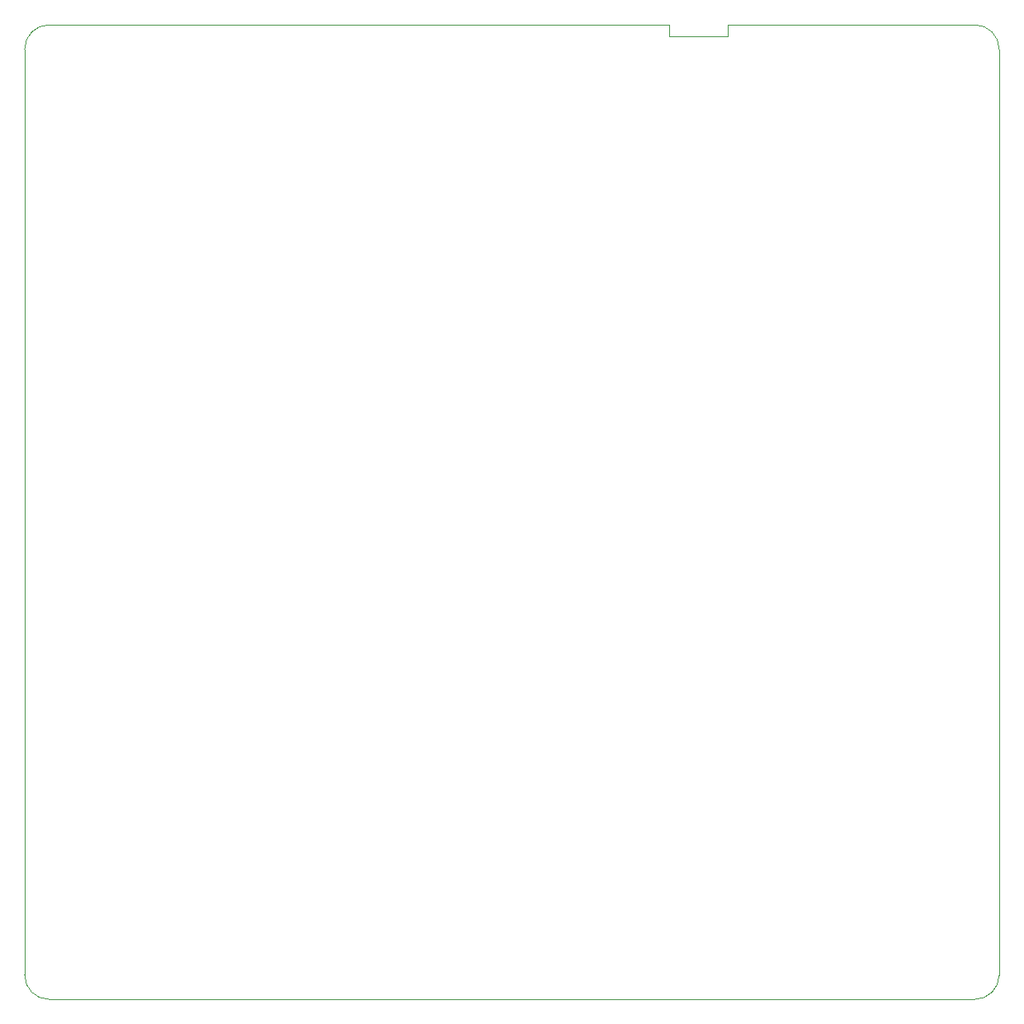
<source format=gbr>
%TF.GenerationSoftware,KiCad,Pcbnew,9.0.6*%
%TF.CreationDate,2026-02-16T23:23:36-05:00*%
%TF.ProjectId,MT32-pi-mainboard,4d543332-2d70-4692-9d6d-61696e626f61,rev?*%
%TF.SameCoordinates,Original*%
%TF.FileFunction,Profile,NP*%
%FSLAX46Y46*%
G04 Gerber Fmt 4.6, Leading zero omitted, Abs format (unit mm)*
G04 Created by KiCad (PCBNEW 9.0.6) date 2026-02-16 23:23:36*
%MOMM*%
%LPD*%
G01*
G04 APERTURE LIST*
%TA.AperFunction,Profile*%
%ADD10C,0.050000*%
%TD*%
G04 APERTURE END LIST*
D10*
X151020000Y-53820000D02*
X151020000Y-148820000D01*
X148520000Y-151320000D02*
X53520000Y-151320000D01*
X126180000Y-51320000D02*
X148520000Y-51320000D01*
X148520000Y-51320000D02*
G75*
G02*
X151020000Y-53820000I0J-2500000D01*
G01*
X51020000Y-148820000D02*
X51020000Y-53820000D01*
X53520000Y-151320000D02*
G75*
G02*
X51020000Y-148820000I0J2500000D01*
G01*
X114080000Y-51320000D02*
X53520000Y-51320000D01*
X151020000Y-148820000D02*
G75*
G02*
X148520000Y-151320000I-2500000J0D01*
G01*
X51020000Y-53820000D02*
G75*
G02*
X53520000Y-51320000I2500000J0D01*
G01*
%TO.C,J2*%
X114080000Y-51320000D02*
X117130000Y-51320000D01*
X117130000Y-51320000D02*
X117130000Y-52470000D01*
X117130000Y-52470000D02*
X123130000Y-52470000D01*
X123130000Y-51320000D02*
X123130000Y-52470000D01*
X123130000Y-51320000D02*
X126180000Y-51320000D01*
%TD*%
M02*

</source>
